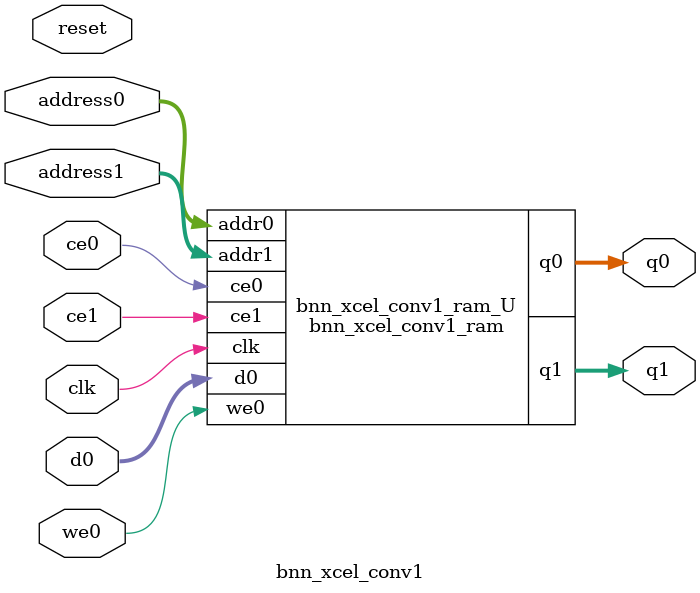
<source format=v>
`timescale 1 ns / 1 ps
module bnn_xcel_conv1_ram (addr0, ce0, d0, we0, q0, addr1, ce1, q1,  clk);

parameter DWIDTH = 16;
parameter AWIDTH = 8;
parameter MEM_SIZE = 256;

input[AWIDTH-1:0] addr0;
input ce0;
input[DWIDTH-1:0] d0;
input we0;
output reg[DWIDTH-1:0] q0;
input[AWIDTH-1:0] addr1;
input ce1;
output reg[DWIDTH-1:0] q1;
input clk;

(* ram_style = "block" *)reg [DWIDTH-1:0] ram[0:MEM_SIZE-1];




always @(posedge clk)  
begin 
    if (ce0) begin
        if (we0) 
            ram[addr0] <= d0; 
        q0 <= ram[addr0];
    end
end


always @(posedge clk)  
begin 
    if (ce1) begin
        q1 <= ram[addr1];
    end
end


endmodule

`timescale 1 ns / 1 ps
module bnn_xcel_conv1(
    reset,
    clk,
    address0,
    ce0,
    we0,
    d0,
    q0,
    address1,
    ce1,
    q1);

parameter DataWidth = 32'd16;
parameter AddressRange = 32'd256;
parameter AddressWidth = 32'd8;
input reset;
input clk;
input[AddressWidth - 1:0] address0;
input ce0;
input we0;
input[DataWidth - 1:0] d0;
output[DataWidth - 1:0] q0;
input[AddressWidth - 1:0] address1;
input ce1;
output[DataWidth - 1:0] q1;



bnn_xcel_conv1_ram bnn_xcel_conv1_ram_U(
    .clk( clk ),
    .addr0( address0 ),
    .ce0( ce0 ),
    .we0( we0 ),
    .d0( d0 ),
    .q0( q0 ),
    .addr1( address1 ),
    .ce1( ce1 ),
    .q1( q1 ));

endmodule


</source>
